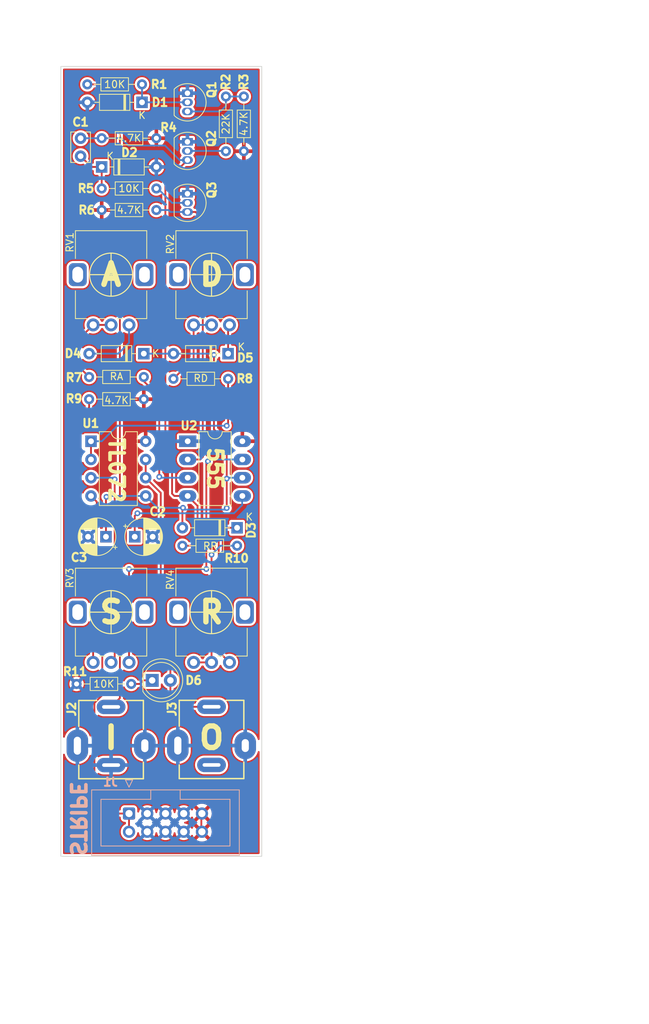
<source format=kicad_pcb>
(kicad_pcb (version 20211014) (generator pcbnew)
  (layers (0 "F.Cu" signal) (31 "B.Cu" signal) (34 "B.Paste" user) (35 "F.Paste" user) (36 "B.SilkS" user "B.Silkscreen") (37 "F.SilkS" user "F.Silkscreen") (38 "B.Mask" user) (39 "F.Mask" user) (44 "Edge.Cuts" user))
  (net 0 "")
  (net 1 "Net-(C1-Pad2)")
  (net 2 "GND")
  (net 3 "Net-(RV4-Pad1)")
  (net 4 "Net-(D4-Pad2)")
  (net 5 "Net-(D5-Pad1)")
  (net 6 "-12V")
  (net 7 "+12V")
  (net 9 "Net-(Q1-Pad3)")
  (net 10 "/RST")
  (net 11 "/LOOP2")
  (net 12 "Net-(R9-Pad1)")
  (net 13 "Net-(D6-Pad1)")
  (net 14 "/BUFB")
  (net 15 "/CV")
  (net 16 "/THR")
  (net 17 "/BUFA")
  (net 18 "/IN")
  (net 19 "/BUFC")
  (net 20 "/TRIG")
  (net 21 "/QO")
  (net 22 "/LOOP1")
  (net 23 "/DISCH")
  (net 24 "/SUSPOT")
  (net 25 "/REL")
  (net 26 "/ATT")
  (net 27 "/DEC")
  (footprint "Diode_THT:D_DO-35_SOD27_P7.62mm_Horizontal" (layer "F.Cu") (at 23.31 40 180)
    (fp_text reference "D5" (at -2.3948 -0.5892) (layer "F.SilkS") (effects (font (size 1.143 1.143) (thickness 0.381))))
    (fp_text value "1N4148")
    (fp_text user "K" (at -1.836 0.9348) (layer "F.SilkS"))
    (pad "1" thru_hole rect (at 0 0 180) (size 1.6 1.6) (drill 0.8) (layers *.Cu *.Mask) (net 5 "Net-(D5-Pad1)"))
    (pad "2" thru_hole oval (at 7.62 0 180) (size 1.6 1.6) (drill 0.8) (layers *.Cu *.Mask) (net 16 "/THR"))
  )
  (footprint "LandBoards_Conns:RV09ACF" (layer "F.Cu") (at 7 76 90)
    (fp_text reference "RV3" (at 4.75 -5.75 90) (layer "F.SilkS"))
    (fp_text value "10M")
    (pad "" np_thru_hole roundrect (at 0 -4.65 90) (size 3.2 2.5) (drill oval 2.2 1.5) (layers F&B.Cu *.Mask))
    (pad "" np_thru_hole roundrect (at 0 4.65 90) (size 3.2 2.5) (drill oval 2.2 1.5) (layers F&B.Cu *.Mask) (roundrect_rratio 0.2314814815))
    (pad "1" thru_hole circle (at -7 2.5 90) (size 1.8 1.8) (drill 1) (layers *.Cu *.Mask) (net 23 "/DISCH"))
    (pad "2" thru_hole circle (at -7 0 90) (size 1.8 1.8) (drill 1) (layers *.Cu *.Mask) (net 24 "/SUSPOT"))
    (pad "3" thru_hole circle (at -7 -2.5 90) (size 1.8 1.8) (drill 1) (layers *.Cu *.Mask) (net 12 "Net-(R9-Pad1)"))
  )
  (footprint "Resistor_THT:R_Axial_DIN0204_L3.6mm_D1.6mm_P7.62mm_Horizontal" (layer "F.Cu") (at 25.5 4.19 -90)
    (fp_text reference "R3" (at -2.032 0 90) (layer "F.SilkS") (effects (font (size 1.143 1.143) (thickness 0.28575))))
    (fp_text value "4.7K" (at 3.81 0 90) (layer "F.SilkS"))
    (pad "1" thru_hole circle (at 0 0 270) (size 1.4 1.4) (drill 0.7) (layers *.Cu *.Mask) (net 9 "Net-(Q1-Pad3)"))
    (pad "2" thru_hole oval (at 7.62 0 270) (size 1.4 1.4) (drill 0.7) (layers *.Cu *.Mask) (net 7 "+12V"))
  )
  (footprint "Diode_THT:D_DO-35_SOD27_P7.62mm_Horizontal" (layer "F.Cu") (at 11.56 40 180)
    (fp_text reference "D4" (at 9.8836 0.0204) (layer "F.SilkS") (effects (font (size 1.143 1.143) (thickness 0.381))))
    (fp_text value "1N4148")
    (fp_text user "K" (at -1.648 0.0204) (layer "F.SilkS"))
    (pad "1" thru_hole rect (at 0 0 180) (size 1.6 1.6) (drill 0.8) (layers *.Cu *.Mask) (net 16 "/THR"))
    (pad "2" thru_hole oval (at 7.62 0 180) (size 1.6 1.6) (drill 0.8) (layers *.Cu *.Mask) (net 4 "Net-(D4-Pad2)"))
  )
  (footprint "Package_TO_SOT_THT:TO-92_Inline" (layer "F.Cu") (at 17.64 10.5 -90)
    (fp_text reference "Q2" (at -0.4572 -3.3324 90) (layer "F.SilkS") (effects (font (size 1.143 1.143) (thickness 0.381))))
    (fp_text value "2N3904")
    (pad "1" thru_hole rect (at 0 0 270) (size 1.05 1.5) (drill 0.75) (layers *.Cu *.Mask) (net 2 "GND"))
    (pad "2" thru_hole oval (at 1.27 0 270) (size 1.05 1.5) (drill 0.75) (layers *.Cu *.Mask) (net 14 "/BUFB"))
    (pad "3" thru_hole oval (at 2.54 0 270) (size 1.05 1.5) (drill 0.75) (layers *.Cu *.Mask) (net 10 "/RST"))
  )
  (footprint "Capacitor_THT:C_Rect_L4.0mm_W2.5mm_P2.50mm" (layer "F.Cu") (at 2.75 10 -90)
    (fp_text reference "C1" (at -2.25 0 180) (layer "F.SilkS") (effects (font (size 1.143 1.143) (thickness 0.381))))
    (fp_text value "10nF")
    (pad "1" thru_hole circle (at 0 0 270) (size 1.6 1.6) (drill 0.8) (layers *.Cu *.Mask) (net 10 "/RST"))
    (pad "2" thru_hole circle (at 2.5 0 270) (size 1.6 1.6) (drill 0.8) (layers *.Cu *.Mask) (net 1 "Net-(C1-Pad2)"))
  )
  (footprint "Resistor_THT:R_Axial_DIN0204_L3.6mm_D1.6mm_P7.62mm_Horizontal" (layer "F.Cu") (at 13.31 20 180)
    (fp_text reference "R6" (at 9.7132 -0.0036) (layer "F.SilkS") (effects (font (size 1.143 1.143) (thickness 0.381))))
    (fp_text value "4.7K" (at 3.81 0) (layer "F.SilkS"))
    (pad "1" thru_hole circle (at 0 0 180) (size 1.4 1.4) (drill 0.7) (layers *.Cu *.Mask) (net 20 "/TRIG"))
    (pad "2" thru_hole oval (at 7.62 0 180) (size 1.4 1.4) (drill 0.7) (layers *.Cu *.Mask) (net 7 "+12V"))
  )
  (footprint "Resistor_THT:R_Axial_DIN0204_L3.6mm_D1.6mm_P7.62mm_Horizontal" (layer "F.Cu") (at 23.31 43.5 180)
    (fp_text reference "R8" (at -2.3186 0.0152) (layer "F.SilkS") (effects (font (size 1.143 1.143) (thickness 0.28575))))
    (fp_text value "RD" (at 3.81 0.066) (layer "F.SilkS"))
    (pad "1" thru_hole circle (at 0 0 180) (size 1.4 1.4) (drill 0.7) (layers *.Cu *.Mask) (net 22 "/LOOP1"))
    (pad "2" thru_hole oval (at 7.62 0 180) (size 1.4 1.4) (drill 0.7) (layers *.Cu *.Mask) (net 27 "/DEC"))
  )
  (footprint "LandBoards_Conns:RV09ACF" (layer "F.Cu") (at 21 29 90)
    (fp_text reference "RV2" (at 4.25 -5.75 90) (layer "F.SilkS"))
    (fp_text value "1M")
    (pad "" np_thru_hole roundrect (at 0 -4.65 90) (size 3.2 2.5) (drill oval 2.2 1.5) (layers F&B.Cu *.Mask))
    (pad "" np_thru_hole roundrect (at 0 4.65 90) (size 3.2 2.5) (drill oval 2.2 1.5) (layers F&B.Cu *.Mask) (roundrect_rratio 0.2314814815))
    (pad "1" thru_hole circle (at -7 2.5 90) (size 1.8 1.8) (drill 1) (layers *.Cu *.Mask) (net 5 "Net-(D5-Pad1)"))
    (pad "2" thru_hole circle (at -7 0 90) (size 1.8 1.8) (drill 1) (layers *.Cu *.Mask) (net 27 "/DEC"))
    (pad "3" thru_hole circle (at -7 -2.5 90) (size 1.8 1.8) (drill 1) (layers *.Cu *.Mask) (net 27 "/DEC"))
  )
  (footprint "Capacitor_THT:CP_Radial_D5.0mm_P2.50mm" (layer "F.Cu") (at 10.294888 65.5)
    (fp_text reference "C2" (at 3.205112 -3.5) (layer "F.SilkS") (effects (font (size 1.143 1.143) (thickness 0.381))))
    (fp_text value "10uF")
    (pad "1" thru_hole rect (at 0 0) (size 1.6 1.6) (drill 0.8) (layers *.Cu *.Mask) (net 15 "/CV"))
    (pad "2" thru_hole circle (at 2.5 0) (size 1.6 1.6) (drill 0.8) (layers *.Cu *.Mask) (net 2 "GND"))
  )
  (footprint "Resistor_THT:R_Axial_DIN0204_L3.6mm_D1.6mm_P7.62mm_Horizontal" (layer "F.Cu") (at 16.94 66.75)
    (fp_text reference "R10" (at 7.559999 1.74999) (layer "F.SilkS") (effects (font (size 1.143 1.143) (thickness 0.28575))))
    (fp_text value "RR" (at 3.888 0.052) (layer "F.SilkS"))
    (pad "1" thru_hole circle (at 0 0) (size 1.4 1.4) (drill 0.7) (layers *.Cu *.Mask) (net 10 "/RST"))
    (pad "2" thru_hole oval (at 7.62 0) (size 1.4 1.4) (drill 0.7) (layers *.Cu *.Mask) (net 25 "/REL"))
  )
  (footprint "LED_THT:LED_D5.0mm" (layer "F.Cu") (at 12.725 85.5)
    (fp_text reference "D6" (at 5.775 0) (layer "F.SilkS") (effects (font (size 1.143 1.143) (thickness 0.381))))
    (fp_text value "LED")
    (pad "1" thru_hole rect (at 0 0) (size 1.8 1.8) (drill 0.9) (layers *.Cu *.Mask) (net 13 "Net-(D6-Pad1)"))
    (pad "2" thru_hole circle (at 2.54 0) (size 1.8 1.8) (drill 0.9) (layers *.Cu *.Mask) (net 11 "/LOOP2"))
  )
  (footprint "LandBoards_Conns:RV09ACF" (layer "F.Cu") (at 7 29 90)
    (fp_text reference "RV1" (at 4.5 -5.75 90) (layer "F.SilkS"))
    (fp_text value "1M")
    (pad "" np_thru_hole roundrect (at 0 4.65 90) (size 3.2 2.5) (drill oval 2.2 1.5) (layers F&B.Cu *.Mask) (roundrect_rratio 0.2314814815))
    (pad "" np_thru_hole roundrect (at 0 -4.65 90) (size 3.2 2.5) (drill oval 2.2 1.5) (layers F&B.Cu *.Mask))
    (pad "1" thru_hole circle (at -7 2.5 90) (size 1.8 1.8) (drill 1) (layers *.Cu *.Mask) (net 4 "Net-(D4-Pad2)"))
    (pad "2" thru_hole circle (at -7 0 90) (size 1.8 1.8) (drill 1) (layers *.Cu *.Mask) (net 26 "/ATT"))
    (pad "3" thru_hole circle (at -7 -2.5 90) (size 1.8 1.8) (drill 1) (layers *.Cu *.Mask) (net 26 "/ATT"))
  )
  (footprint "Diode_THT:D_DO-35_SOD27_P7.62mm_Horizontal" (layer "F.Cu") (at 24.56 64.25 180)
    (fp_text reference "D3" (at -1.9576 -0.3676 90) (layer "F.SilkS") (effects (font (size 1.143 1.143) (thickness 0.381))))
    (fp_text value "1N4148")
    (fp_text user "K" (at -1.69 1.5) (layer "F.SilkS"))
    (pad "1" thru_hole rect (at 0 0 180) (size 1.6 1.6) (drill 0.8) (layers *.Cu *.Mask) (net 3 "Net-(RV4-Pad1)"))
    (pad "2" thru_hole oval (at 7.62 0 180) (size 1.6 1.6) (drill 0.8) (layers *.Cu *.Mask) (net 16 "/THR"))
  )
  (footprint "AudioJacks:Jack_3.5mm_QingPu_WQP-PJ301BM_Vertical" (layer "F.Cu") (at 21 93.98)
    (fp_text reference "J3" (at -5.5 -4.48 90) (layer "F.SilkS") (effects (font (size 1.143 1.143) (thickness 0.381))))
    (fp_text value "PJ-301BM")
    (pad "S" thru_hole oval locked (at 4.7 0.6 90) (size 3.8 3) (drill oval 1.8 1) (layers *.Cu *.Mask) (net 2 "GND"))
    (pad "S" thru_hole oval locked (at -4.7 0.6 90) (size 4.5 3) (drill oval 2.5 1) (layers *.Cu *.Mask) (net 2 "GND"))
    (pad "T" thru_hole oval locked (at 0 -4.8) (size 4 2) (drill oval 2.5 0.5) (layers *.Cu *.Mask) (net 11 "/LOOP2"))
    (pad "TN" thru_hole oval locked (at 0 3.3) (size 4 2) (drill oval 2.5 0.5) (layers *.Cu *.Mask))
  )
  (footprint "Resistor_THT:R_Axial_DIN0204_L3.6mm_D1.6mm_P7.62mm_Horizontal" (layer "F.Cu") (at 3.69 2.5)
    (fp_text reference "R1" (at 10 0) (layer "F.SilkS") (effects (font (size 1.143 1.143) (thickness 0.381))))
    (fp_text value "10K" (at 3.81 0) (layer "F.SilkS"))
    (pad "1" thru_hole circle (at 0 0) (size 1.4 1.4) (drill 0.7) (layers *.Cu *.Mask) (net 18 "/IN"))
    (pad "2" thru_hole oval (at 7.62 0) (size 1.4 1.4) (drill 0.7) (layers *.Cu *.Mask) (net 17 "/BUFA"))
  )
  (footprint "Package_TO_SOT_THT:TO-92_Inline" (layer "F.Cu") (at 17.64 3.73 -90)
    (fp_text reference "Q1" (at -0.4924 -3.3832 90) (layer "F.SilkS") (effects (font (size 1.143 1.143) (thickness 0.381))))
    (fp_text value "2N3904")
    (pad "1" thru_hole rect (at 0 0 270) (size 1.05 1.5) (drill 0.75) (layers *.Cu *.Mask) (net 2 "GND"))
    (pad "2" thru_hole oval (at 1.27 0 270) (size 1.05 1.5) (drill 0.75) (layers *.Cu *.Mask) (net 17 "/BUFA"))
    (pad "3" thru_hole oval (at 2.54 0 270) (size 1.05 1.5) (drill 0.75) (layers *.Cu *.Mask) (net 9 "Net-(Q1-Pad3)"))
  )
  (footprint "Package_DIP:DIP-8_W7.62mm_LongPads" (layer "F.Cu") (at 17.675 52.2)
    (fp_text reference "U2" (at 0.183 -2.1656) (layer "F.SilkS") (effects (font (size 1.143 1.143) (thickness 0.28575))))
    (fp_text value "LM555N")
    (pad "1" thru_hole rect (at 0 0) (size 2.4 1.6) (drill 0.8) (layers *.Cu *.Mask) (net 2 "GND"))
    (pad "2" thru_hole oval (at 0 2.54) (size 2.4 1.6) (drill 0.8) (layers *.Cu *.Mask) (net 20 "/TRIG"))
    (pad "3" thru_hole oval (at 0 5.08) (size 2.4 1.6) (drill 0.8) (layers *.Cu *.Mask) (net 21 "/QO"))
    (pad "4" thru_hole oval (at 0 7.62) (size 2.4 1.6) (drill 0.8) (layers *.Cu *.Mask) (net 10 "/RST"))
    (pad "5" thru_hole oval (at 7.62 7.62) (size 2.4 1.6) (drill 0.8) (layers *.Cu *.Mask) (net 15 "/CV"))
    (pad "6" thru_hole oval (at 7.62 5.08) (size 2.4 1.6) (drill 0.8) (layers *.Cu *.Mask) (net 16 "/THR"))
    (pad "7" thru_hole oval (at 7.62 2.54) (size 2.4 1.6) (drill 0.8) (layers *.Cu *.Mask) (net 23 "/DISCH"))
    (pad "8" thru_hole oval (at 7.62 0) (size 2.4 1.6) (drill 0.8) (layers *.Cu *.Mask) (net 7 "+12V"))
  )
  (footprint "Diode_THT:D_DO-35_SOD27_P7.62mm_Horizontal" (layer "F.Cu") (at 5.69 14)
    (fp_text reference "D2" (at 3.8604 -2.0112 180) (layer "F.SilkS") (effects (font (size 1.143 1.143) (thickness 0.381))))
    (fp_text value "1N4148")
    (fp_text user "K" (at 1.168 -1.506) (layer "F.SilkS"))
    (pad "1" thru_hole rect (at 0 0) (size 1.6 1.6) (drill 0.8) (layers *.Cu *.Mask) (net 1 "Net-(C1-Pad2)"))
    (pad "2" thru_hole oval (at 7.62 0) (size 1.6 1.6) (drill 0.8) (layers *.Cu *.Mask) (net 2 "GND"))
  )
  (footprint "Capacitor_THT:CP_Radial_D5.0mm_P2.50mm" (layer "F.Cu") (at 6.285113 65.5 180)
    (fp_text reference "C3" (at 3.749512 -2.88) (layer "F.SilkS") (effects (font (size 1.143 1.143) (thickness 0.381))))
    (fp_text value "4.7uF")
    (pad "1" thru_hole rect (at 0 0 180) (size 1.6 1.6) (drill 0.8) (layers *.Cu *.Mask) (net 16 "/THR"))
    (pad "2" thru_hole circle (at 2.5 0 180) (size 1.6 1.6) (drill 0.8) (layers *.Cu *.Mask) (net 2 "GND"))
  )
  (footprint "Resistor_THT:R_Axial_DIN0204_L3.6mm_D1.6mm_P7.62mm_Horizontal" (layer "F.Cu") (at 23 4.19 -90)
    (fp_text reference "R2" (at -2.032 0 90) (layer "F.SilkS") (effects (font (size 1.143 1.143) (thickness 0.28575))))
    (fp_text value "22K" (at 3.81 0 90) (layer "F.SilkS"))
    (pad "1" thru_hole circle (at 0 0 270) (size 1.4 1.4) (drill 0.7) (layers *.Cu *.Mask) (net 9 "Net-(Q1-Pad3)"))
    (pad "2" thru_hole oval (at 7.62 0 270) (size 1.4 1.4) (drill 0.7) (layers *.Cu *.Mask) (net 14 "/BUFB"))
  )
  (footprint "AudioJacks:Jack_3.5mm_QingPu_WQP-PJ301BM_Vertical" (layer "F.Cu") (at 7 94)
    (fp_text reference "J2" (at -5.500001 -4.500001 90) (layer "F.SilkS") (effects (font (size 1.143 1.143) (thickness 0.381))))
    (fp_text value "PJ-301BM")
    (pad "S" thru_hole oval locked (at 4.7 0.6 90) (size 3.8 3) (drill oval 1.8 1) (layers *.Cu *.Mask) (net 2 "GND"))
    (pad "S" thru_hole oval locked (at -4.7 0.6 90) (size 4.5 3) (drill oval 2.5 1) (layers *.Cu *.Mask) (net 2 "GND"))
    (pad "T" thru_hole oval locked (at 0 -4.8) (size 4 2) (drill oval 2.5 0.5) (layers *.Cu *.Mask) (net 18 "/IN"))
    (pad "TN" thru_hole oval locked (at 0 3.3) (size 4 2) (drill oval 2.5 0.5) (layers *.Cu *.Mask) (net 2 "GND"))
  )
  (footprint "Resistor_THT:R_Axial_DIN0204_L3.6mm_D1.6mm_P7.62mm_Horizontal" (layer "F.Cu") (at 3.94 46.344)
    (fp_text reference "R9" (at -2.1112 -0.0652) (layer "F.SilkS") (effects (font (size 1.143 1.143) (thickness 0.28575))))
    (fp_text value "4.7K" (at 3.81 0.156) (layer "F.SilkS"))
    (pad "1" thru_hole circle (at 0 0) (size 1.4 1.4) (drill 0.7) (layers *.Cu *.Mask) (net 12 "Net-(R9-Pad1)"))
    (pad "2" thru_hole oval (at 7.62 0) (size 1.4 1.4) (drill 0.7) (layers *.Cu *.Mask) (net 7 "+12V"))
  )
  (footprint "Resistor_THT:R_Axial_DIN0204_L3.6mm_D1.6mm_P7.62mm_Horizontal" (layer "F.Cu") (at 2.19 86)
    (fp_text reference "R11" (at -0.2088 -1.7228) (layer "F.SilkS") (effects (font (size 1.143 1.143) (thickness 0.28575))))
    (fp_text value "10K" (at 3.81 0) (layer "F.SilkS"))
    (pad "1" thru_hole circle (at 0 0) (size 1.4 1.4) (drill 0.7) (layers *.Cu *.Mask) (net 2 "GND"))
    (pad "2" thru_hole oval (at 7.62 0) (size 1.4 1.4) (drill 0.7) (layers *.Cu *.Mask) (net 13 "Net-(D6-Pad1)"))
  )
  (footprint "Diode_THT:D_DO-35_SOD27_P7.62mm_Horizontal" (layer "F.Cu") (at 11.31 5 180)
    (fp_text reference "D1" (at -2.5 0) (layer "F.SilkS") (effects (font (size 1.143 1.143) (thickness 0.381))))
    (fp_text value "BAT41")
    (fp_text user "K" (at 0 -1.8) (layer "F.SilkS"))
    (pad "1" thru_hole rect (at 0 0 180) (size 1.6 1.6) (drill 0.8) (layers *.Cu *.Mask) (net 17 "/BUFA"))
    (pad "2" thru_hole oval (at 7.62 0 180) (size 1.6 1.6) (drill 0.8) (layers *.Cu *.Mask) (net 2 "GND"))
  )
  (footprint "Package_DIP:DIP-8_W7.62mm" (layer "F.Cu") (at 4.2 52.2)
    (fp_text reference "U1" (at -0.0296 -2.4924) (layer "F.SilkS") (effects (font (size 1.143 1.143) (thickness 0.28575))))
    (fp_text value "TL072")
    (pad "1" thru_hole rect (at 0 0) (size 1.6 1.6) (drill 0.8) (layers *.Cu *.Mask) (net 22 "/LOOP1"))
    (pad "2" thru_hole oval (at 0 2.54) (size 1.6 1.6) (drill 0.8) (layers *.Cu *.Mask) (net 22 "/LOOP1"))
    (pad "3" thru_hole oval (at 0 5.08) (size 1.6 1.6) (drill 0.8) (layers *.Cu *.Mask) (net 24 "/SUSPOT"))
    (pad "4" thru_hole oval (at 0 7.62) (size 1.6 1.6) (drill 0.8) (layers *.Cu *.Mask) (net 6 "-12V"))
    (pad "5" thru_hole oval (at 7.62 7.62) (size 1.6 1.6) (drill 0.8) (layers *.Cu *.Mask) (net 16 "/THR"))
    (pad "6" thru_hole oval (at 7.62 5.08) (size 1.6 1.6) (drill 0.8) (layers *.Cu *.Mask) (net 11 "/LOOP2"))
    (pad "7" thru_hole oval (at 7.62 2.54) (size 1.6 1.6) (drill 0.8) (layers *.Cu *.Mask) (net 11 "/LOOP2"))
    (pad "8" thru_hole oval (at 7.62 0) (size 1.6 1.6) (drill 0.8) (layers *.Cu *.Mask) (net 7 "+12V"))
  )
  (footprint "Resistor_THT:R_Axial_DIN0204_L3.6mm_D1.6mm_P7.62mm_Horizontal" (layer "F.Cu") (at 11.56 43.25 180)
    (fp_text reference "R7" (at 9.7312 -0.0824) (layer "F.SilkS") (effects (font (size 1.143 1.143) (thickness 0.28575))))
    (fp_text value "RA" (at 3.81 0.07) (layer "F.SilkS"))
    (pad "1" thru_hole circle (at 0 0 180) (size 1.4 1.4) (drill 0.7) (layers *.Cu *.Mask) (net 21 "/QO"))
    (pad "2" thru_hole oval (at 7.62 0 180) (size 1.4 1.4) (drill 0.7) (layers *.Cu *.Mask) (net 26 "/ATT"))
  )
  (footprint "Package_TO_SOT_THT:TO-92_Inline" (layer "F.Cu") (at 17.64 17.73 -90)
    (fp_text reference "Q3" (at -0.5116 -3.3832 90) (layer "F.SilkS") (effects (font (size 1.143 1.143) (thickness 0.381))))
    (fp_text value "2N3904")
    (pad "1" thru_hole rect (at 0 0 270) (size 1.05 1.5) (drill 0.75) (layers *.Cu *.Mask) (net 2 "GND"))
    (pad "2" thru_hole oval (at 1.27 0 270) (size 1.05 1.5) (drill 0.75) (layers *.Cu *.Mask) (net 19 "/BUFC"))
    (pad "3" thru_hole oval (at 2.54 0 270) (size 1.05 1.5) (drill 0.75) (layers *.Cu *.Mask) (net 20 "/TRIG"))
  )
  (footprint "LandBoards_Conns:RV09ACF" (layer "F.Cu") (at 21 76 90)
    (fp_text reference "RV4" (at 4.5 -5.75 90) (layer "F.SilkS"))
    (fp_text value "1M")
    (pad "" np_thru_hole roundrect (at 0 4.65 90) (size 3.2 2.5) (drill oval 2.2 1.5) (layers F&B.Cu *.Mask) (roundrect_rratio 0.2314814815))
    (pad "" np_thru_hole roundrect (at 0 -4.65 90) (size 3.2 2.5) (drill oval 2.2 1.5) (layers F&B.Cu *.Mask))
    (pad "1" thru_hole circle (at -7 2.5 90) (size 1.8 1.8) (drill 1) (layers *.Cu *.Mask) (net 3 "Net-(RV4-Pad1)"))
    (pad "2" thru_hole circle (at -7 0 90) (size 1.8 1.8) (drill 1) (layers *.Cu *.Mask) (net 25 "/REL"))
    (pad "3" thru_hole circle (at -7 -2.5 90) (size 1.8 1.8) (drill 1) (layers *.Cu *.Mask) (net 25 "/REL"))
  )
  (footprint "Resistor_THT:R_Axial_DIN0204_L3.6mm_D1.6mm_P7.62mm_Horizontal" (layer "F.Cu") (at 5.69 10)
    (fp_text reference "R4" (at 9.31 -1.5) (layer "F.SilkS") (effects (font (size 1.143 1.143) (thickness 0.381))))
    (fp_text value "4.7K" (at 3.81 0) (layer "F.SilkS"))
    (pad "1" thru_hole circle (at 0 0) (size 1.4 1.4) (drill 0.7) (layers *.Cu *.Mask) (net 10 "/RST"))
    (pad "2" thru_hole oval (at 7.62 0) (size 1.4 1.4) (drill 0.7) (layers *.Cu *.Mask) (net 7 "+12V"))
  )
  (footprint "Resistor_THT:R_Axial_DIN0204_L3.6mm_D1.6mm_P7.62mm_Horizontal" (layer "F.Cu") (at 5.69 17)
    (fp_text reference "R5" (at -2.19 0) (layer "F.SilkS") (effects (font (size 1.143 1.143) (thickness 0.381))))
    (fp_text value "10K" (at 3.81 0) (layer "F.SilkS"))
    (pad "1" thru_hole circle (at 0 0) (size 1.4 1.4) (drill 0.7) (layers *.Cu *.Mask) (net 1 "Net-(C1-Pad2)"))
    (pad "2" thru_hole oval (at 7.62 0) (size 1.4 1.4) (drill 0.7) (layers *.Cu *.Mask) (net 19 "/BUFC"))
  )
  (footprint "Connector_IDC:IDC-Header_2x05_P2.54mm_Vertical" (layer "B.Cu") (at 9.4996 104.0479 -90)
    (fp_text reference "J1" (at -4.3783 2.5908) (layer "B.SilkS") (effects (font (size 1.143 1.143) (thickness 0.381)) (justify mirror)))
    (fp_text value "Conn_02x05")
    (pad "1" thru_hole roundrect (at 0 0 270) (size 1.7 1.7) (drill 1) (layers *.Cu *.Mask) (roundrect_rratio 0.1470588235) (net 6 "-12V"))
    (pad "2" thru_hole circle (at 2.54 0 270) (size 1.7 1.7) (drill 1) (layers *.Cu *.Mask) (net 6 "-12V"))
    (pad "3" thru_hole circle (at 0 -2.54 270) (size 1.7 1.7) (drill 1) (layers *.Cu *.Mask) (net 2 "GND"))
    (pad "4" thru_hole circle (at 2.54 -2.54 270) (size 1.7 1.7) (drill 1) (layers *.Cu *.Mask) (net 2 "GND"))
    (pad "5" thru_hole circle (at 0 -5.08 270) (size 1.7 1.7) (drill 1) (layers *.Cu *.Mask) (net 2 "GND"))
    (pad "6" thru_hole circle (at 2.54 -5.08 270) (size 1.7 1.7) (drill 1) (layers *.Cu *.Mask) (net 2 "GND"))
    (pad "7" thru_hole circle (at 0 -7.62 270) (size 1.7 1.7) (drill 1) (layers *.Cu *.Mask) (net 2 "GND"))
    (pad "8" thru_hole circle (at 2.54 -7.62 270) (size 1.7 1.7) (drill 1) (layers *.Cu *.Mask) (net 2 "GND"))
    (pad "9" thru_hole circle (at 0 -10.16 270) (size 1.7 1.7) (drill 1) (layers *.Cu *.Mask) (net 7 "+12V"))
    (pad "10" thru_hole circle (at 2.54 -10.16 270) (size 1.7 1.7) (drill 1) (layers *.Cu *.Mask) (net 7 "+12V"))
  )
  (gr_rect (start 0 0) (end 28 110) (layer "Edge.Cuts") (width 0.1) (fill none))
  (gr_text "STRIPE" (at 2.3876 104.7496 270) (layer "B.SilkS") (effects (font (size 2 2) (thickness 0.5)) (justify mirror)))
  (gr_text "I" (at 7 93.5) (layer "F.SilkS") (effects (font (size 3 3) (thickness 0.75))))
  (gr_text "A" (at 7 29) (layer "F.SilkS") (effects (font (size 3 3) (thickness 0.75))))
  (gr_text "S" (at 7 76) (layer "F.SilkS") (effects (font (size 3 3) (thickness 0.75))))
  (gr_text "O" (at 21 93.5) (layer "F.SilkS") (effects (font (size 3 3) (thickness 0.75))))
  (gr_text "R" (at 21 76) (layer "F.SilkS") (effects (font (size 3 3) (thickness 0.75))))
  (gr_text "555" (at 21.5 56 270) (layer "F.SilkS") (effects (font (size 2 2) (thickness 0.5))))
  (gr_text "D" (at 21 29) (layer "F.SilkS") (effects (font (size 3 3) (thickness 0.75))))
  (gr_text "TL072" (at 7.75 56.25 270) (layer "F.SilkS") (effects (font (size 2 2) (thickness 0.5))))
  (segment (start 5.69 14) (end 4.25 14) (width 0.25) (layer "F.Cu") (net 1))
  (segment (start 5.69 17) (end 5.69 14) (width 0.25) (layer "F.Cu") (net 1))
  (segment (start 4.25 14) (end 2.75 12.5) (width 0.25) (layer "F.Cu") (net 1))
  (segment (start 22 81.5) (end 22 65) (width 0.25) (layer "F.Cu") (net 3))
  (segment (start 23.5 83) (end 22 81.5) (width 0.25) (layer "F.Cu") (net 3))
  (segment (start 22.75 64.25) (end 24.56 64.25) (width 0.25) (layer "F.Cu") (net 3))
  (segment (start 22 65) (end 22.75 64.25) (width 0.25) (layer "F.Cu") (net 3))
  (segment (start 8 40) (end 9.5 38.5) (width 0.25) (layer "B.Cu") (net 4))
  (segment (start 9.5 38.5) (end 9.5 36) (width 0.25) (layer "B.Cu") (net 4))
  (segment (start 3.94 40) (end 8 40) (width 0.25) (layer "B.Cu") (net 4))
  (segment (start 23.31 40) (end 23.31 36.19) (width 0.25) (layer "F.Cu") (net 5))
  (segment (start 5 70) (end 5 60.62) (width 0.25) (layer "F.Cu") (net 6))
  (segment (start 4.67548 102.67548) (end 4.67548 88.651366) (width 0.25) (layer "F.Cu") (net 6))
  (segment (start 5.775489 87.551357) (end 5.775489 70.775489) (width 0.25) (layer "F.Cu") (net 6))
  (segment (start 6.0479 104.0479) (end 4.67548 102.67548) (width 0.25) (layer "F.Cu") (net 6))
  (segment (start 9.4996 104.0479) (end 6.0479 104.0479) (width 0.25) (layer "F.Cu") (net 6))
  (segment (start 4.67548 88.651366) (end 5.775489 87.551357) (width 0.25) (layer "F.Cu") (net 6))
  (segment (start 5.775489 70.775489) (end 5 70) (width 0.25) (layer "F.Cu") (net 6))
  (segment (start 5 60.62) (end 4.2 59.82) (width 0.25) (layer "F.Cu") (net 6))
  (segment (start 9.4996 104.0479) (end 9.4996 106.5879) (width 0.25) (layer "F.Cu") (net 6))
  (segment (start 19.58 103.7475) (end 19.58 106.2875) (width 0.25) (layer "F.Cu") (net 7))
  (segment (start 23 4.19) (end 25.5 4.19) (width 0.25) (layer "B.Cu") (net 9))
  (segment (start 17.64 6.27) (end 22.23 6.27) (width 0.25) (layer "B.Cu") (net 9))
  (segment (start 23 5.5) (end 23 4.19) (width 0.25) (layer "B.Cu") (net 9))
  (segment (start 22.23 6.27) (end 23 5.5) (width 0.25) (layer "B.Cu") (net 9))
  (segment (start 19.05 65.786) (end 19.05 61.195) (width 0.25) (layer "F.Cu") (net 10))
  (segment (start 14.565489 16.114511) (end 14.565489 55.065489) (width 0.25) (layer "F.Cu") (net 10))
  (segment (start 15.5 56) (end 15.5 59.5) (width 0.25) (layer "F.Cu") (net 10))
  (segment (start 15.82 59.82) (end 17.675 59.82) (width 0.25) (layer "F.Cu") (net 10))
  (segment (start 14.565489 55.065489) (end 15.5 56) (width 0.25) (layer "F.Cu") (net 10))
  (segment (start 16.94 66.75) (end 18.086 66.75) (width 0.25) (layer "F.Cu") (net 10))
  (segment (start 15.5 59.5) (end 15.82 59.82) (width 0.25) (layer "F.Cu") (net 10))
  (segment (start 18.086 66.75) (end 19.05 65.786) (width 0.25) (layer "F.Cu") (net 10))
  (segment (start 17.64 13.04) (end 14.565489 16.114511) (width 0.25) (layer "F.Cu") (net 10))
  (segment (start 19.05 61.195) (end 17.675 59.82) (width 0.25) (layer "F.Cu") (net 10))
  (segment (start 17.64 13.04) (end 16.54 13.04) (width 0.25) (layer "B.Cu") (net 10))
  (segment (start 5.69 10) (end 8.42 10) (width 0.25) (layer "B.Cu") (net 10))
  (segment (start 9.444511 11.024511) (end 8.42 10) (width 0.25) (layer "B.Cu") (net 10))
  (segment (start 14.524511 11.024511) (end 9.444511 11.024511) (width 0.25) (layer "B.Cu") (net 10))
  (segment (start 16.54 13.04) (end 14.524511 11.024511) (width 0.25) (layer "B.Cu") (net 10))
  (segment (start 2.75 10) (end 5.69 10) (width 0.25) (layer "B.Cu") (net 10))
  (segment (start 15.265 85.5) (end 15.265 79.765) (width 0.25) (layer "F.Cu") (net 11))
  (segment (start 13.919399 59.379399) (end 13.919399 78.419399) (width 0.25) (layer "F.Cu") (net 11))
  (segment (start 13.919399 78.419399) (end 15.265 79.765) (width 0.25) (layer "F.Cu") (net 11))
  (segment (start 21 89.18) (end 16.68 89.18) (width 0.25) (layer "F.Cu") (net 11))
  (segment (start 11.82 54.74) (end 11.82 57.28) (width 0.25) (layer "F.Cu") (net 11))
  (segment (start 16.68 89.18) (end 15.265 87.765) (width 0.25) (layer "F.Cu") (net 11))
  (segment (start 13.919399 59.379399) (end 11.82 57.28) (width 0.25) (layer "F.Cu") (net 11))
  (segment (start 15.265 87.765) (end 15.265 85.5) (width 0.25) (layer "F.Cu") (net 11))
  (segment (start 3.94 47.5) (end 3.94 46.344) (width 0.25) (layer "F.Cu") (net 12))
  (segment (start 2.5 48.94) (end 2.5 70.318) (width 0.25) (layer "F.Cu") (net 12))
  (segment (start 3.94 47.5) (end 2.5 48.94) (width 0.25) (layer "F.Cu") (net 12))
  (segment (start 2.5 70.318) (end 4.5 72.318) (width 0.25) (layer "F.Cu") (net 12))
  (segment (start 4.5 72.318) (end 4.5 83) (width 0.25) (layer "F.Cu") (net 12))
  (segment (start 11 86) (end 11.5 85.5) (width 0.25) (layer "F.Cu") (net 13))
  (segment (start 12.725 85.5) (end 11.5 85.5) (width 0.25) (layer "F.Cu") (net 13))
  (segment (start 9.81 86) (end 11 86) (width 0.25) (layer "F.Cu") (net 13))
  (segment (start 17.64 11.77) (end 22.96 11.77) (width 0.25) (layer "B.Cu") (net 14))
  (segment (start 10.294888 62.603112) (end 10.294888 65.5) (width 0.25) (layer "F.Cu") (net 15))
  (segment (start 10.668 62.23) (end 10.294888 62.603112) (width 0.25) (layer "F.Cu") (net 15))
  (via (at 10.668 62.23) (size 0.8) (drill 0.4) (layers "F.Cu" "B.Cu") (net 15))
  (segment (start 25.27 61.084) (end 25.27 61.09) (width 0.25) (layer "B.Cu") (net 15))
  (segment (start 25.27 59.82) (end 25.27 61.084) (width 0.25) (layer "B.Cu") (net 15))
  (segment (start 25.27 61.09) (end 24.13 62.23) (width 0.25) (layer "B.Cu") (net 15))
  (segment (start 24.13 62.23) (end 10.668 62.23) (width 0.25) (layer "B.Cu") (net 15))
  (segment (start 23.114 52.324) (end 21.336 50.546) (width 0.25) (layer "F.Cu") (net 16))
  (segment (start 6.285113 60.008887) (end 6.285113 65.5) (width 0.25) (layer "F.Cu") (net 16))
  (segment (start 23.114 57.404) (end 23.114 52.324) (width 0.25) (layer "F.Cu") (net 16))
  (segment (start 23.114 57.404) (end 23.114 61.5055) (width 0.25) (layer "F.Cu") (net 16))
  (segment (start 16.94 61.546) (end 16.94 64.25) (width 0.25) (layer "F.Cu") (net 16))
  (segment (start 6.35 59.944) (end 6.285113 60.008887) (width 0.25) (layer "F.Cu") (net 16))
  (segment (start 17.018 61.468) (end 16.94 61.546) (width 0.25) (layer "F.Cu") (net 16))
  (segment (start 21.336 50.546) (end 21.336 40.168) (width 0.25) (layer "F.Cu") (net 16))
  (via (at 6.35 59.944) (size 0.8) (drill 0.4) (layers "F.Cu" "B.Cu") (net 16))
  (via (at 21.336 40.168) (size 0.8) (drill 0.4) (layers "F.Cu" "B.Cu") (net 16))
  (via (at 23.114 61.5055) (size 0.8) (drill 0.4) (layers "F.Cu" "B.Cu") (net 16))
  (via (at 23.114 57.404) (size 0.8) (drill 0.4) (layers "F.Cu" "B.Cu") (net 16))
  (via (at 17.018 61.468) (size 0.8) (drill 0.4) (layers "F.Cu" "B.Cu") (net 16))
  (segment (start 6.474 59.82) (end 6.35 59.944) (width 0.25) (layer "B.Cu") (net 16))
  (segment (start 17.018 61.468) (end 17.272 61.722) (width 0.25) (layer "B.Cu") (net 16))
  (segment (start 17.018 61.468) (end 13.462 61.468) (width 0.25) (layer "B.Cu") (net 16))
  (segment (start 13.462 61.462) (end 11.82 59.82) (width 0.25) (layer "B.Cu") (net 16))
  (segment (start 23.238 57.28) (end 23.114 57.404) (width 0.25) (layer "B.Cu") (net 16))
  (segment (start 21.168 40) (end 15.69 40) (width 0.25) (layer "B.Cu") (net 16))
  (segment (start 22.8975 61.722) (end 23.114 61.5055) (width 0.25) (layer "B.Cu") (net 16))
  (segment (start 13.462 61.468) (end 13.462 61.462) (width 0.25) (layer "B.Cu") (net 16))
  (segment (start 11.56 40) (end 15.69 40) (width 0.25) (layer "B.Cu") (net 16))
  (segment (start 21.336 40.168) (end 21.168 40) (width 0.25) (layer "B.Cu") (net 16))
  (segment (start 6.474 59.82) (end 11.82 59.82) (width 0.25) (layer "B.Cu") (net 16))
  (segment (start 23.238 57.28) (end 25.295 57.28) (width 0.25) (layer "B.Cu") (net 16))
  (segment (start 17.272 61.722) (end 22.8975 61.722) (width 0.25) (layer "B.Cu") (net 16))
  (segment (start 17.64 5) (end 11.31 5) (width 0.25) (layer "B.Cu") (net 17))
  (segment (start 11.31 2.5) (end 11.31 5) (width 0.25) (layer "B.Cu") (net 17))
  (segment (start 8.224511 87.975489) (end 8.224511 5.224511) (width 0.25) (layer "F.Cu") (net 18))
  (segment (start 8.224511 5.224511) (end 5.5 2.5) (width 0.25) (layer "F.Cu") (net 18))
  (segment (start 5.5 2.5) (end 3.69 2.5) (width 0.25) (layer "F.Cu") (net 18))
  (segment (start 7 89.2) (end 8.224511 87.975489) (width 0.25) (layer "F.Cu") (net 18))
  (segment (start 13.31 16.81) (end 15.5 19) (width 0.25) (layer "B.Cu") (net 19))
  (segment (start 15.5 19) (end 17.64 19) (width 0.25) (layer "B.Cu") (net 19))
  (segment (start 19.812 54.356) (end 19.775489 54.319489) (width 0.25) (layer "F.Cu") (net 20))
  (segment (start 18.77 20.27) (end 17.64 20.27) (width 0.25) (layer "F.Cu") (net 20))
  (segment (start 19.775489 54.319489) (end 19.775489 21.275489) (width 0.25) (layer "F.Cu") (net 20))
  (segment (start 19.428 54.74) (end 19.812 54.356) (width 0.25) (layer "F.Cu") (net 20))
  (segment (start 17.675 54.74) (end 19.428 54.74) (width 0.25) (layer "F.Cu") (net 20))
  (segment (start 19.775489 21.275489) (end 18.77 20.27) (width 0.25) (layer "F.Cu") (net 20))
  (segment (start 17.64 20.27) (end 15.27 20.27) (width 0.25) (layer "B.Cu") (net 20))
  (segment (start 15 20) (end 15.27 20.27) (width 0.25) (layer "B.Cu") (net 20))
  (segment (start 13.31 20) (end 15 20) (width 0.25) (layer "B.Cu") (net 20))
  (segment (start 13.716 46) (end 13.716 57.15) (width 0.25) (layer "F.Cu") (net 21))
  (segment (start 11.56 43.844) (end 13.716 46) (width 0.25) (layer "F.Cu") (net 21))
  (via (at 13.716 57.15) (size 0.8) (drill 0.4) (layers "F.Cu" "B.Cu") (net 21))
  (segment (start 17.675 57.28) (end 13.846 57.28) (width 0.25) (layer "B.Cu") (net 21))
  (segment (start 13.846 57.28) (end 13.716 57.15) (width 0.25) (layer "B.Cu") (net 21))
  (segment (start 23.114 50.038) (end 23.31 49.842) (width 0.25) (layer "F.Cu") (net 22))
  (segment (start 4.2 52.2) (end 4.2 54.74) (width 0.25) (layer "F.Cu") (net 22))
  (segment (start 23.31 49.842) (end 23.31 43.5) (width 0.25) (layer "F.Cu") (net 22))
  (via (at 23.114 50.038) (size 0.8) (drill 0.4) (layers "F.Cu" "B.Cu") (net 22))
  (segment (start 4.2 52.2) (end 5.712 52.2) (width 0.25) (layer "B.Cu") (net 22))
  (segment (start 7.874 50.038) (end 23.114 50.038) (width 0.25) (layer "B.Cu") (net 22))
  (segment (start 5.712 52.2) (end 7.874 50.038) (width 0.25) (layer "B.Cu") (net 22))
  (segment (start 20.2755 55.2245) (end 20.5 55) (width 0.25) (layer "F.Cu") (net 23))
  (segment (start 9.5 83) (end 9.5 70) (width 0.25) (layer "F.Cu") (net 23))
  (segment (start 20.2755 70) (end 20.2755 55.2245) (width 0.25) (layer "F.Cu") (net 23))
  (via (at 20.2755 70) (size 0.8) (drill 0.4) (layers "F.Cu" "B.Cu") (net 23))
  (via (at 9.5 70) (size 0.8) (drill 0.4) (layers "F.Cu" "B.Cu") (net 23))
  (via (at 20.5 55) (size 0.8) (drill 0.4) (layers "F.Cu" "B.Cu") (net 23))
  (segment (start 20.5 55) (end 20.76 54.74) (width 0.25) (layer "B.Cu") (net 23))
  (segment (start 9.5 70) (end 20.2755 70) (width 0.25) (layer "B.Cu") (net 23))
  (segment (start 20.76 54.74) (end 25.295 54.74) (width 0.25) (layer "B.Cu") (net 23))
  (segment (start 7.5 57.5) (end 7.5 82.5) (width 0.25) (layer "F.Cu") (net 24))
  (via (at 7.5 57.5) (size 0.8) (drill 0.4) (layers "F.Cu" "B.Cu") (net 24))
  (segment (start 7.28 57.28) (end 7.5 57.5) (width 0.25) (layer "B.Cu") (net 24))
  (segment (start 4.2 57.28) (end 7.28 57.28) (width 0.25) (layer "B.Cu") (net 24))
  (segment (start 21 83) (end 21 68) (width 0.25) (layer "F.Cu") (net 25))
  (segment (start 18.5 83) (end 21 83) (width 0.25) (layer "F.Cu") (net 25))
  (via (at 21 68) (size 0.8) (drill 0.4) (layers "F.Cu" "B.Cu") (net 25))
  (segment (start 22.25 66.75) (end 24.56 66.75) (width 0.25) (layer "B.Cu") (net 25))
  (segment (start 21 68) (end 22.25 66.75) (width 0.25) (layer "B.Cu") (net 25))
  (segment (start 2.5 42) (end 2.5 38) (width 0.25) (layer "F.Cu") (net 26))
  (segment (start 4.5 36) (end 7 36) (width 0.25) (layer "F.Cu") (net 26))
  (segment (start 3.94 43.25) (end 2.69 42) (width 0.25) (layer "F.Cu") (net 26))
  (segment (start 2.69 42) (end 2.5 42) (width 0.25) (layer "F.Cu") (net 26))
  (segment (start 2.5 38) (end 4.5 36) (width 0.25) (layer "F.Cu") (net 26))
  (segment (start 18.5 40.69) (end 15.69 43.5) (width 0.25) (layer "F.Cu") (net 27))
  (segment (start 18.5 36) (end 18.5 40.69) (width 0.25) (layer "F.Cu") (net 27))
  (segment (start 18.5 36) (end 21 36) (width 0.25) (layer "B.Cu") (net 27))
  (zone (net 7) (net_name "+12V") (layer "F.Cu") (connect_pads (clearance 0.3048)) (min_thickness 0.254) (fill yes (thermal_gap 0.508) (thermal_bridge_width 0.508))
    (polygon (pts (xy 27.9908 110) (xy 0 110) (xy 0 0) (xy 27.9908 -0.0508)))
  )
  (zone (net 2) (net_name "GND") (layer "B.Cu") (connect_pads (clearance 0.508)) (min_thickness 0.254) (fill yes (thermal_gap 0.508) (thermal_bridge_width 0.508))
    (polygon (pts (xy 28 110) (xy 0 110) (xy 0 0) (xy 28 0)))
  )
)
</source>
